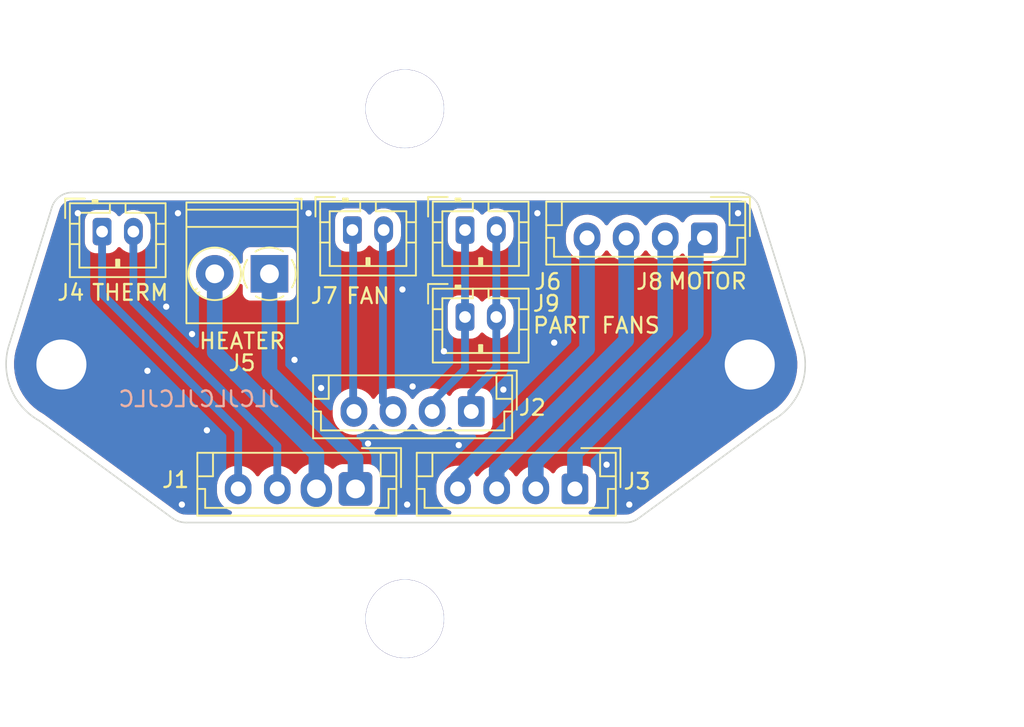
<source format=kicad_pcb>
(kicad_pcb (version 20211014) (generator pcbnew)
  (layers (0 "F.Cu" signal) (31 "B.Cu" signal) (34 "B.Paste" user) (35 "F.Paste" user) (36 "B.SilkS" user "B.Silkscreen") (37 "F.SilkS" user "F.Silkscreen") (38 "B.Mask" user) (39 "F.Mask" user) (44 "Edge.Cuts" user))
  (net 0 "")
  (net 1 "Net-(J2-Pad3)")
  (net 2 "Net-(J2-Pad4)")
  (net 3 "Net-(J1-Pad4)")
  (net 4 "Net-(J1-Pad3)")
  (net 5 "Net-(J1-Pad1)")
  (net 6 "Net-(J1-Pad2)")
  (net 7 "Net-(J3-Pad1)")
  (net 8 "Net-(J3-Pad2)")
  (net 9 "Net-(J3-Pad3)")
  (net 10 "Net-(J3-Pad4)")
  (net 11 "Net-(J2-Pad1)")
  (net 12 "Net-(J2-Pad2)")
  (net 13 "GND")
  (footprint "Connector_JST:JST_EH_B4B-EH-A_1x04_P2.50mm_Vertical" (layer "F.Cu") (at 110.875 91.7 180)
    (fp_text reference "J3" (at -3.975 0.480332) (layer "F.SilkS"))
    (fp_text value "MOTOR_IN")
    (fp_line (start 9.61 -1.21) (end 9.61 0) (layer "F.SilkS") (width 0.12))
    (fp_line (start 10.11 -1.71) (end -2.61 -1.71) (layer "F.SilkS") (width 0.12))
    (fp_line (start -2.91 2.61) (end -0.41 2.61) (layer "F.SilkS") (width 0.12))
    (fp_line (start 9.61 0) (end 10.11 0) (layer "F.SilkS") (width 0.12))
    (fp_line (start 10.11 0.81) (end 9.11 0.81) (layer "F.SilkS") (width 0.12))
    (fp_line (start -1.61 0.81) (end -1.61 2.31) (layer "F.SilkS") (width 0.12))
    (fp_line (start -2.11 -1.21) (end 9.61 -1.21) (layer "F.SilkS") (width 0.12))
    (fp_line (start -2.61 0.81) (end -1.61 0.81) (layer "F.SilkS") (width 0.12))
    (fp_line (start -2.61 2.31) (end 10.11 2.31) (layer "F.SilkS") (width 0.12))
    (fp_line (start 10.11 2.31) (end 10.11 -1.71) (layer "F.SilkS") (width 0.12))
    (fp_line (start -2.91 0.11) (end -2.91 2.61) (layer "F.SilkS") (width 0.12))
    (fp_line (start -2.61 -1.71) (end -2.61 2.31) (layer "F.SilkS") (width 0.12))
    (fp_line (start -2.11 0) (end -2.11 -1.21) (layer "F.SilkS") (width 0.12))
    (fp_line (start -2.61 0) (end -2.11 0) (layer "F.SilkS") (width 0.12))
    (fp_line (start 9.11 0.81) (end 9.11 2.31) (layer "F.SilkS") (width 0.12))
    (pad "1" thru_hole roundrect (at 0 0 180) (size 1.7 1.95) (drill 0.95) (layers *.Cu *.Mask) (roundrect_rratio 0.1470588235) (net 7 "Net-(J3-Pad1)"))
    (pad "2" thru_hole oval (at 2.5 0 180) (size 1.7 1.95) (drill 0.95) (layers *.Cu *.Mask) (net 8 "Net-(J3-Pad2)"))
    (pad "3" thru_hole oval (at 5 0 180) (size 1.7 1.95) (drill 0.95) (layers *.Cu *.Mask) (net 9 "Net-(J3-Pad3)"))
    (pad "4" thru_hole oval (at 7.5 0 180) (size 1.7 1.95) (drill 0.95) (layers *.Cu *.Mask) (net 10 "Net-(J3-Pad4)"))
  )
  (footprint "Connector_JST:JST_EH_B4B-EH-A_1x04_P2.50mm_Vertical" (layer "F.Cu") (at 96.85 91.7 180)
    (fp_text reference "J1" (at 11.5 0.580332) (layer "F.SilkS"))
    (fp_text value "NOZ")
    (fp_line (start -2.11 0) (end -2.11 -1.21) (layer "F.SilkS") (width 0.12))
    (fp_line (start -2.61 0) (end -2.11 0) (layer "F.SilkS") (width 0.12))
    (fp_line (start 9.11 0.81) (end 9.11 2.31) (layer "F.SilkS") (width 0.12))
    (fp_line (start -2.61 2.31) (end 10.11 2.31) (layer "F.SilkS") (width 0.12))
    (fp_line (start 10.11 -1.71) (end -2.61 -1.71) (layer "F.SilkS") (width 0.12))
    (fp_line (start -2.61 0.81) (end -1.61 0.81) (layer "F.SilkS") (width 0.12))
    (fp_line (start -2.61 -1.71) (end -2.61 2.31) (layer "F.SilkS") (width 0.12))
    (fp_line (start 10.11 2.31) (end 10.11 -1.71) (layer "F.SilkS") (width 0.12))
    (fp_line (start -2.11 -1.21) (end 9.61 -1.21) (layer "F.SilkS") (width 0.12))
    (fp_line (start 9.61 0) (end 10.11 0) (layer "F.SilkS") (width 0.12))
    (fp_line (start 10.11 0.81) (end 9.11 0.81) (layer "F.SilkS") (width 0.12))
    (fp_line (start -1.61 0.81) (end -1.61 2.31) (layer "F.SilkS") (width 0.12))
    (fp_line (start -2.91 2.61) (end -0.41 2.61) (layer "F.SilkS") (width 0.12))
    (fp_line (start -2.91 0.11) (end -2.91 2.61) (layer "F.SilkS") (width 0.12))
    (fp_line (start 9.61 -1.21) (end 9.61 0) (layer "F.SilkS") (width 0.12))
    (pad "1" thru_hole roundrect (at 0 0 180) (size 2.15 2.15) (drill 1.2) (layers *.Cu *.Mask) (roundrect_rratio 0.1470586047) (net 5 "Net-(J1-Pad1)"))
    (pad "2" thru_hole oval (at 2.5 0 180) (size 2 2.3) (drill 1.2) (layers *.Cu *.Mask) (net 6 "Net-(J1-Pad2)"))
    (pad "3" thru_hole oval (at 5 0 180) (size 1.7 1.95) (drill 0.95) (layers *.Cu *.Mask) (net 4 "Net-(J1-Pad3)"))
    (pad "4" thru_hole oval (at 7.5 0 180) (size 1.7 1.95) (drill 0.95) (layers *.Cu *.Mask) (net 3 "Net-(J1-Pad4)"))
  )
  (footprint "Connector_JST:JST_EH_B4B-EH-A_1x04_P2.50mm_Vertical" (layer "F.Cu") (at 119.15 75.65 180)
    (fp_text reference "J8" (at 3.5 -2.8) (layer "F.SilkS"))
    (fp_text value "MOTOR" (at -0.2 -2.775) (layer "F.SilkS"))
    (fp_line (start 9.61 0) (end 10.11 0) (layer "F.SilkS") (width 0.12))
    (fp_line (start 9.11 0.81) (end 9.11 2.31) (layer "F.SilkS") (width 0.12))
    (fp_line (start -1.61 0.81) (end -1.61 2.31) (layer "F.SilkS") (width 0.12))
    (fp_line (start -2.91 2.61) (end -0.41 2.61) (layer "F.SilkS") (width 0.12))
    (fp_line (start 10.11 0.81) (end 9.11 0.81) (layer "F.SilkS") (width 0.12))
    (fp_line (start -2.61 0) (end -2.11 0) (layer "F.SilkS") (width 0.12))
    (fp_line (start -2.91 0.11) (end -2.91 2.61) (layer "F.SilkS") (width 0.12))
    (fp_line (start 9.61 -1.21) (end 9.61 0) (layer "F.SilkS") (width 0.12))
    (fp_line (start -2.11 -1.21) (end 9.61 -1.21) (layer "F.SilkS") (width 0.12))
    (fp_line (start 10.11 2.31) (end 10.11 -1.71) (layer "F.SilkS") (width 0.12))
    (fp_line (start 10.11 -1.71) (end -2.61 -1.71) (layer "F.SilkS") (width 0.12))
    (fp_line (start -2.61 -1.71) (end -2.61 2.31) (layer "F.SilkS") (width 0.12))
    (fp_line (start -2.11 0) (end -2.11 -1.21) (layer "F.SilkS") (width 0.12))
    (fp_line (start -2.61 0.81) (end -1.61 0.81) (layer "F.SilkS") (width 0.12))
    (fp_line (start -2.61 2.31) (end 10.11 2.31) (layer "F.SilkS") (width 0.12))
    (pad "1" thru_hole roundrect (at 0 0 180) (size 1.7 1.95) (drill 0.95) (layers *.Cu *.Mask) (roundrect_rratio 0.1470588235) (net 7 "Net-(J3-Pad1)"))
    (pad "2" thru_hole oval (at 2.5 0 180) (size 1.7 1.95) (drill 0.95) (layers *.Cu *.Mask) (net 8 "Net-(J3-Pad2)"))
    (pad "3" thru_hole oval (at 5 0 180) (size 1.7 1.95) (drill 0.95) (layers *.Cu *.Mask) (net 9 "Net-(J3-Pad3)"))
    (pad "4" thru_hole oval (at 7.5 0 180) (size 1.7 1.95) (drill 0.95) (layers *.Cu *.Mask) (net 10 "Net-(J3-Pad4)"))
  )
  (footprint "Connector_JST:JST_PH_B2B-PH-K_1x02_P2.00mm_Vertical" (layer "F.Cu") (at 103.85 75.15)
    (fp_text reference "J6" (at 5.3 3.3) (layer "F.SilkS"))
    (fp_text value "PART FANS" (at 8.4 6.1) (layer "F.SilkS"))
    (fp_line (start 0.9 2.3) (end 0.9 1.8) (layer "F.SilkS") (width 0.12))
    (fp_line (start -2.06 2.91) (end 4.06 2.91) (layer "F.SilkS") (width 0.12))
    (fp_line (start 3.45 2.3) (end 3.45 -1.2) (layer "F.SilkS") (width 0.12))
    (fp_line (start -0.3 -1.81) (end -0.3 -2.01) (layer "F.SilkS") (width 0.12))
    (fp_line (start -0.6 -2.01) (end -0.6 -1.81) (layer "F.SilkS") (width 0.12))
    (fp_line (start 4.06 2.91) (end 4.06 -1.81) (layer "F.SilkS") (width 0.12))
    (fp_line (start -2.06 0.8) (end -1.45 0.8) (layer "F.SilkS") (width 0.12))
    (fp_line (start 1.5 -1.2) (end 1.5 -1.81) (layer "F.SilkS") (width 0.12))
    (fp_line (start 0.5 -1.81) (end 0.5 -1.2) (layer "F.SilkS") (width 0.12))
    (fp_line (start 3.45 -1.2) (end 1.5 -1.2) (layer "F.SilkS") (width 0.12))
    (fp_line (start 1.1 1.8) (end 1.1 2.3) (layer "F.SilkS") (width 0.12))
    (fp_line (start -2.06 -0.5) (end -1.45 -0.5) (layer "F.SilkS") (width 0.12))
    (fp_line (start 1 2.3) (end 1 1.8) (layer "F.SilkS") (width 0.12))
    (fp_line (start -1.45 -1.2) (end -1.45 2.3) (layer "F.SilkS") (width 0.12))
    (fp_line (start -2.06 -1.81) (end -2.06 2.91) (layer "F.SilkS") (width 0.12))
    (fp_line (start -1.11 -2.11) (end -2.36 -2.11) (layer "F.SilkS") (width 0.12))
    (fp_line (start -1.45 2.3) (end 3.45 2.3) (layer "F.SilkS") (width 0.12))
    (fp_line (start 4.06 -1.81) (end -2.06 -1.81) (layer "F.SilkS") (width 0.12))
    (fp_line (start -0.3 -1.91) (end -0.6 -1.91) (layer "F.SilkS") (width 0.12))
    (fp_line (start 4.06 0.8) (end 3.45 0.8) (layer "F.SilkS") (width 0.12))
    (fp_line (start 4.06 -0.5) (end 3.45 -0.5) (layer "F.SilkS") (width 0.12))
    (fp_line (start -0.3 -2.01) (end -0.6 -2.01) (layer "F.SilkS") (width 0.12))
    (fp_line (start -2.36 -2.11) (end -2.36 -0.86) (layer "F.SilkS") (width 0.12))
    (fp_line (start 0.5 -1.2) (end -1.45 -1.2) (layer "F.SilkS") (width 0.12))
    (fp_line (start 0.9 1.8) (end 1.1 1.8) (layer "F.SilkS") (width 0.12))
    (pad "1" thru_hole roundrect (at 0 0) (size 1.2 1.75) (drill 0.75) (layers *.Cu *.Mask) (roundrect_rratio 0.2083333333) (net 12 "Net-(J2-Pad2)"))
    (pad "2" thru_hole oval (at 2 0) (size 1.2 1.75) (drill 0.75) (layers *.Cu *.Mask) (net 11 "Net-(J2-Pad1)"))
  )
  (footprint "MountingHole:MountingHole_3.2mm_M3_Pad" (layer "F.Cu") (at 122.05 83.75)
    (fp_text reference "H2" hide)
    (fp_text value "MountingHole" hide)
    (pad "1" thru_hole circle locked (at 0 0) (size 6 6) (drill 3.2) (layers *.Cu *.Mask) (net 13 "GND"))
  )
  (footprint "" (layer "F.Cu") (at 100 100)
    (fp_text reference "" (at 0 0) (layer "F.SilkS") (effects (font (size 1.27 1.27))))
    (fp_text value "" (at 0 0) (layer "F.SilkS") (effects (font (size 1.27 1.27))))
    (pad "" np_thru_hole circle (at 0 0) (size 5.02 5.02) (drill 5) (layers F&B.Cu *.Mask))
  )
  (footprint "Connector_JST:JST_PH_B2B-PH-K_1x02_P2.00mm_Vertical" (layer "F.Cu") (at 96.65 75.15)
    (fp_text reference "J7" (at -1.8 4.2) (layer "F.SilkS"))
    (fp_text value "FAN" (at 1 4.212) (layer "F.SilkS"))
    (fp_line (start -1.11 -2.11) (end -2.36 -2.11) (layer "F.SilkS") (width 0.12))
    (fp_line (start 4.06 2.91) (end 4.06 -1.81) (layer "F.SilkS") (width 0.12))
    (fp_line (start 0.9 2.3) (end 0.9 1.8) (layer "F.SilkS") (width 0.12))
    (fp_line (start 1 2.3) (end 1 1.8) (layer "F.SilkS") (width 0.12))
    (fp_line (start 4.06 0.8) (end 3.45 0.8) (layer "F.SilkS") (width 0.12))
    (fp_line (start 4.06 -0.5) (end 3.45 -0.5) (layer "F.SilkS") (width 0.12))
    (fp_line (start -0.6 -2.01) (end -0.6 -1.81) (layer "F.SilkS") (width 0.12))
    (fp_line (start -2.06 -0.5) (end -1.45 -0.5) (layer "F.SilkS") (width 0.12))
    (fp_line (start -2.36 -2.11) (end -2.36 -0.86) (layer "F.SilkS") (width 0.12))
    (fp_line (start -0.3 -1.81) (end -0.3 -2.01) (layer "F.SilkS") (width 0.12))
    (fp_line (start -2.06 2.91) (end 4.06 2.91) (layer "F.SilkS") (width 0.12))
    (fp_line (start 3.45 -1.2) (end 1.5 -1.2) (layer "F.SilkS") (width 0.12))
    (fp_line (start 0.5 -1.81) (end 0.5 -1.2) (layer "F.SilkS") (width 0.12))
    (fp_line (start -0.3 -1.91) (end -0.6 -1.91) (layer "F.SilkS") (width 0.12))
    (fp_line (start -2.06 -1.81) (end -2.06 2.91) (layer "F.SilkS") (width 0.12))
    (fp_line (start 1.5 -1.2) (end 1.5 -1.81) (layer "F.SilkS") (width 0.12))
    (fp_line (start -2.06 0.8) (end -1.45 0.8) (layer "F.SilkS") (width 0.12))
    (fp_line (start 1.1 1.8) (end 1.1 2.3) (layer "F.SilkS") (width 0.12))
    (fp_line (start -0.3 -2.01) (end -0.6 -2.01) (layer "F.SilkS") (width 0.12))
    (fp_line (start -1.45 -1.2) (end -1.45 2.3) (layer "F.SilkS") (width 0.12))
    (fp_line (start -1.45 2.3) (end 3.45 2.3) (layer "F.SilkS") (width 0.12))
    (fp_line (start 0.9 1.8) (end 1.1 1.8) (layer "F.SilkS") (width 0.12))
    (fp_line (start 4.06 -1.81) (end -2.06 -1.81) (layer "F.SilkS") (width 0.12))
    (fp_line (start 3.45 2.3) (end 3.45 -1.2) (layer "F.SilkS") (width 0.12))
    (fp_line (start 0.5 -1.2) (end -1.45 -1.2) (layer "F.SilkS") (width 0.12))
    (pad "1" thru_hole roundrect (at 0 0) (size 1.2 1.75) (drill 0.75) (layers *.Cu *.Mask) (roundrect_rratio 0.2083333333) (net 2 "Net-(J2-Pad4)"))
    (pad "2" thru_hole oval (at 2 0) (size 1.2 1.75) (drill 0.75) (layers *.Cu *.Mask) (net 1 "Net-(J2-Pad3)"))
  )
  (footprint "TerminalBlock_Phoenix:TerminalBlock_Phoenix_PT-1,5-2-3.5-H_1x02_P3.50mm_Horizontal" (layer "F.Cu") (at 91.35 77.95 180)
    (fp_text reference "J5" (at 1.75 -5.7 180) (layer "F.SilkS"))
    (fp_text value "HEATER" (at 1.75 -4.3 180) (layer "F.SilkS"))
    (fp_line (start 2.355 0.941) (end 2.226 1.069) (layer "F.SilkS") (width 0.12))
    (fp_line (start -1.81 4.56) (end 5.31 4.56) (layer "F.SilkS") (width 0.12))
    (fp_line (start 4.775 -1.069) (end 4.646 -0.941) (layer "F.SilkS") (width 0.12))
    (fp_line (start -1.81 -3.16) (end 5.31 -3.16) (layer "F.SilkS") (width 0.12))
    (fp_line (start 2.525 1.181) (end 2.431 1.274) (layer "F.SilkS") (width 0.12))
    (fp_line (start -2.05 4.8) (end -1.65 4.8) (layer "F.SilkS") (width 0.12))
    (fp_line (start -2.05 4.16) (end -2.05 4.8) (layer "F.SilkS") (width 0.12))
    (fp_line (start -1.81 -3.16) (end -1.81 4.56) (layer "F.SilkS") (width 0.12))
    (fp_line (start -1.81 3) (end 5.31 3) (layer "F.SilkS") (width 0.12))
    (fp_line (start 5.31 -3.16) (end 5.31 4.56) (layer "F.SilkS") (width 0.12))
    (fp_line (start 4.57 -1.275) (end 4.476 -1.181) (layer "F.SilkS") (width 0.12))
    (fp_line (start -1.81 4.1) (end 5.31 4.1) (layer "F.SilkS") (width 0.12))
    (fp_arc (start 1.425504 -0.890193) (mid 1.680626 0.000476) (end 1.425 0.891) (layer "F.SilkS") (width 0.12))
    (fp_arc (start 0.028674 1.680099) (mid -0.435535 1.622918) (end -0.866 1.44) (layer "F.SilkS") (width 0.12))
    (fp_arc (start -0.889894 -1.425358) (mid -0.014012 -1.680286) (end 0.866 -1.44) (layer "F.SilkS") (width 0.12))
    (fp_arc (start 0.890264 1.424721) (mid 0.463071 1.61492) (end 0 1.68) (layer "F.SilkS") (width 0.12))
    (fp_arc (start -1.425358 0.889894) (mid -1.680286 0.014012) (end -1.44 -0.866) (layer "F.SilkS") (width 0.12))
    (fp_circle (center 3.5 0) (end 5.18 0) (layer "F.SilkS") (width 0.12) (fill none))
    (pad "1" thru_hole rect (at 0 0 180) (size 2.4 2.4) (drill 1.2) (layers *.Cu *.Mask) (net 5 "Net-(J1-Pad1)"))
    (pad "2" thru_hole circle (at 3.5 0 180) (size 2.4 2.4) (drill 1.2) (layers *.Cu *.Mask) (net 6 "Net-(J1-Pad2)"))
  )
  (footprint "Connector_JST:JST_PH_B2B-PH-K_1x02_P2.00mm_Vertical" (layer "F.Cu") (at 80.65 75.25)
    (fp_text reference "J4" (at -2 3.9) (layer "F.SilkS"))
    (fp_text value "THERM" (at 1.8 3.9) (layer "F.SilkS"))
    (fp_line (start 1 2.3) (end 1 1.8) (layer "F.SilkS") (width 0.12))
    (fp_line (start 4.06 2.91) (end 4.06 -1.81) (layer "F.SilkS") (width 0.12))
    (fp_line (start -1.11 -2.11) (end -2.36 -2.11) (layer "F.SilkS") (width 0.12))
    (fp_line (start 4.06 -0.5) (end 3.45 -0.5) (layer "F.SilkS") (width 0.12))
    (fp_line (start 3.45 2.3) (end 3.45 -1.2) (layer "F.SilkS") (width 0.12))
    (fp_line (start 1.5 -1.2) (end 1.5 -1.81) (layer "F.SilkS") (width 0.12))
    (fp_line (start -0.3 -1.81) (end -0.3 -2.01) (layer "F.SilkS") (width 0.12))
    (fp_line (start -1.45 2.3) (end 3.45 2.3) (layer "F.SilkS") (width 0.12))
    (fp_line (start -2.06 -1.81) (end -2.06 2.91) (layer "F.SilkS") (width 0.12))
    (fp_line (start -0.3 -1.91) (end -0.6 -1.91) (layer "F.SilkS") (width 0.12))
    (fp_line (start 0.9 1.8) (end 1.1 1.8) (layer "F.SilkS") (width 0.12))
    (fp_line (start -2.06 0.8) (end -1.45 0.8) (layer "F.SilkS") (width 0.12))
    (fp_line (start -0.6 -2.01) (end -0.6 -1.81) (layer "F.SilkS") (width 0.12))
    (fp_line (start -1.45 -1.2) (end -1.45 2.3) (layer "F.SilkS") (width 0.12))
    (fp_line (start 3.45 -1.2) (end 1.5 -1.2) (layer "F.SilkS") (width 0.12))
    (fp_line (start 4.06 0.8) (end 3.45 0.8) (layer "F.SilkS") (width 0.12))
    (fp_line (start -2.06 2.91) (end 4.06 2.91) (layer "F.SilkS") (width 0.12))
    (fp_line (start 0.5 -1.2) (end -1.45 -1.2) (layer "F.SilkS") (width 0.12))
    (fp_line (start 1.1 1.8) (end 1.1 2.3) (layer "F.SilkS") (width 0.12))
    (fp_line (start 0.9 2.3) (end 0.9 1.8) (layer "F.SilkS") (width 0.12))
    (fp_line (start 4.06 -1.81) (end -2.06 -1.81) (layer "F.SilkS") (width 0.12))
    (fp_line (start -2.36 -2.11) (end -2.36 -0.86) (layer "F.SilkS") (width 0.12))
    (fp_line (start -0.3 -2.01) (end -0.6 -2.01) (layer "F.SilkS") (width 0.12))
    (fp_line (start 0.5 -1.81) (end 0.5 -1.2) (layer "F.SilkS") (width 0.12))
    (fp_line (start -2.06 -0.5) (end -1.45 -0.5) (layer "F.SilkS") (width 0.12))
    (pad "1" thru_hole roundrect (at 0 0) (size 1.2 1.75) (drill 0.75) (layers *.Cu *.Mask) (roundrect_rratio 0.2083333333) (net 3 "Net-(J1-Pad4)"))
    (pad "2" thru_hole oval (at 2 0) (size 1.2 1.75) (drill 0.75) (layers *.Cu *.Mask) (net 4 "Net-(J1-Pad3)"))
  )
  (footprint "" (layer "F.Cu") (at 100 67.4)
    (fp_text reference "" (at 0 0) (layer "F.SilkS") (effects (font (size 1.27 1.27))))
    (fp_text value "" (at 0 0) (layer "F.SilkS") (effects (font (size 1.27 1.27))))
    (pad "" np_thru_hole circle (at 0 0) (size 5.02 5.02) (drill 5) (layers F&B.Cu *.Mask))
  )
  (footprint "MountingHole:MountingHole_3.2mm_M3_Pad" (layer "F.Cu") (at 78.05 83.75)
    (fp_text reference "H1" hide)
    (fp_text value "MountingHole" hide)
    (pad "1" thru_hole circle locked (at 0 0) (size 6 6) (drill 3.2) (layers *.Cu *.Mask) (net 13 "GND"))
  )
  (footprint "Connector_JST:JST_PH_B2B-PH-K_1x02_P2.00mm_Vertical" (layer "F.Cu") (at 103.85 80.71)
    (fp_text reference "J9" (at 5.2 -0.86) (layer "F.SilkS"))
    (fp_text value "PFAN")
    (fp_line (start 4.06 -0.5) (end 3.45 -0.5) (layer "F.SilkS") (width 0.12))
    (fp_line (start -2.06 2.91) (end 4.06 2.91) (layer "F.SilkS") (width 0.12))
    (fp_line (start 1.1 1.8) (end 1.1 2.3) (layer "F.SilkS") (width 0.12))
    (fp_line (start -1.45 -1.2) (end -1.45 2.3) (layer "F.SilkS") (width 0.12))
    (fp_line (start 3.45 -1.2) (end 1.5 -1.2) (layer "F.SilkS") (width 0.12))
    (fp_line (start 1 2.3) (end 1 1.8) (layer "F.SilkS") (width 0.12))
    (fp_line (start -0.3 -2.01) (end -0.6 -2.01) (layer "F.SilkS") (width 0.12))
    (fp_line (start -2.06 -0.5) (end -1.45 -0.5) (layer "F.SilkS") (width 0.12))
    (fp_line (start 4.06 2.91) (end 4.06 -1.81) (layer "F.SilkS") (width 0.12))
    (fp_line (start 0.5 -1.81) (end 0.5 -1.2) (layer "F.SilkS") (width 0.12))
    (fp_line (start -0.6 -2.01) (end -0.6 -1.81) (layer "F.SilkS") (width 0.12))
    (fp_line (start -1.11 -2.11) (end -2.36 -2.11) (layer "F.SilkS") (width 0.12))
    (fp_line (start 1.5 -1.2) (end 1.5 -1.81) (layer "F.SilkS") (width 0.12))
    (fp_line (start 0.5 -1.2) (end -1.45 -1.2) (layer "F.SilkS") (width 0.12))
    (fp_line (start 4.06 -1.81) (end -2.06 -1.81) (layer "F.SilkS") (width 0.12))
    (fp_line (start 0.9 2.3) (end 0.9 1.8) (layer "F.SilkS") (width 0.12))
    (fp_line (start -0.3 -1.91) (end -0.6 -1.91) (layer "F.SilkS") (width 0.12))
    (fp_line (start 3.45 2.3) (end 3.45 -1.2) (layer "F.SilkS") (width 0.12))
    (fp_line (start -2.36 -2.11) (end -2.36 -0.86) (layer "F.SilkS") (width 0.12))
    (fp_line (start -1.45 2.3) (end 3.45 2.3) (layer "F.SilkS") (width 0.12))
    (fp_line (start -2.06 0.8) (end -1.45 0.8) (layer "F.SilkS") (width 0.12))
    (fp_line (start 4.06 0.8) (end 3.45 0.8) (layer "F.SilkS") (width 0.12))
    (fp_line (start -0.3 -1.81) (end -0.3 -2.01) (layer "F.SilkS") (width 0.12))
    (fp_line (start -2.06 -1.81) (end -2.06 2.91) (layer "F.SilkS") (width 0.12))
    (fp_line (start 0.9 1.8) (end 1.1 1.8) (layer "F.SilkS") (width 0.12))
    (pad "1" thru_hole roundrect (at 0 0) (size 1.2 1.75) (drill 0.75) (layers *.Cu *.Mask) (roundrect_rratio 0.2083333333) (net 12 "Net-(J2-Pad2)"))
    (pad "2" thru_hole oval (at 2 0) (size 1.2 1.75) (drill 0.75) (layers *.Cu *.Mask) (net 11 "Net-(J2-Pad1)"))
  )
  (footprint "Connector_JST:JST_EH_B4B-EH-A_1x04_P2.50mm_Vertical" (layer "F.Cu") (at 104.25 86.75 180)
    (fp_text reference "J2" (at -3.9 0.25) (layer "F.SilkS"))
    (fp_text value "FANS")
    (fp_line (start -2.11 -1.21) (end 9.61 -1.21) (layer "F.SilkS") (width 0.12))
    (fp_line (start 9.61 0) (end 10.11 0) (layer "F.SilkS") (width 0.12))
    (fp_line (start -2.91 0.11) (end -2.91 2.61) (layer "F.SilkS") (width 0.12))
    (fp_line (start -2.91 2.61) (end -0.41 2.61) (layer "F.SilkS") (width 0.12))
    (fp_line (start 9.61 -1.21) (end 9.61 0) (layer "F.SilkS") (width 0.12))
    (fp_line (start -2.61 2.31) (end 10.11 2.31) (layer "F.SilkS") (width 0.12))
    (fp_line (start -2.61 0.81) (end -1.61 0.81) (layer "F.SilkS") (width 0.12))
    (fp_line (start 10.11 2.31) (end 10.11 -1.71) (layer "F.SilkS") (width 0.12))
    (fp_line (start -2.11 0) (end -2.11 -1.21) (layer "F.SilkS") (width 0.12))
    (fp_line (start 10.11 -1.71) (end -2.61 -1.71) (layer "F.SilkS") (width 0.12))
    (fp_line (start -1.61 0.81) (end -1.61 2.31) (layer "F.SilkS") (width 0.12))
    (fp_line (start 9.11 0.81) (end 9.11 2.31) (layer "F.SilkS") (width 0.12))
    (fp_line (start 10.11 0.81) (end 9.11 0.81) (layer "F.SilkS") (width 0.12))
    (fp_line (start -2.61 0) (end -2.11 0) (layer "F.SilkS") (width 0.12))
    (fp_line (start -2.61 -1.71) (end -2.61 2.31) (layer "F.SilkS") (width 0.12))
    (pad "1" thru_hole roundrect (at 0 0 180) (size 1.7 1.95) (drill 0.95) (layers *.Cu *.Mask) (roundrect_rratio 0.1470588235) (net 11 "Net-(J2-Pad1)"))
    (pad "2" thru_hole oval (at 2.5 0 180) (size 1.7 1.95) (drill 0.95) (layers *.Cu *.Mask) (net 12 "Net-(J2-Pad2)"))
    (pad "3" thru_hole oval (at 5 0 180) (size 1.7 1.95) (drill 0.95) (layers *.Cu *.Mask) (net 1 "Net-(J2-Pad3)"))
    (pad "4" thru_hole oval (at 7.5 0 180) (size 1.7 1.95) (drill 0.95) (layers *.Cu *.Mask) (net 2 "Net-(J2-Pad4)"))
  )
  (gr_arc (start 121.35 72.75) (mid 122.178992 73.029391) (end 122.675 73.75) (layer "Edge.Cuts") (width 0.1))
  (gr_arc (start 125.35 82.35) (mid 125.33086 85.203725) (end 123.45 87.35) (layer "Edge.Cuts") (width 0.1))
  (gr_line (start 114.05 93.85) (end 86.05 93.85) (layer "Edge.Cuts") (width 0.1))
  (gr_arc (start 114.94 93.58) (mid 114.517997 93.790812) (end 114.05 93.85) (layer "Edge.Cuts") (width 0.1))
  (gr_arc (start 76.65 87.35) (mid 74.785598 85.197476) (end 74.75 82.35) (layer "Edge.Cuts") (width 0.1))
  (gr_arc (start 86.05 93.85) (mid 85.584061 93.784014) (end 85.16 93.58) (layer "Edge.Cuts") (width 0.1))
  (gr_line (start 78.75 72.75) (end 121.35 72.75) (layer "Edge.Cuts") (width 0.1))
  (gr_line (start 123.45 87.35) (end 114.94 93.58) (layer "Edge.Cuts") (width 0.1))
  (gr_line (start 74.75 82.35) (end 77.425 73.75) (layer "Edge.Cuts") (width 0.1))
  (gr_arc (start 77.425 73.75) (mid 77.917576 73.024861) (end 78.75 72.75) (layer "Edge.Cuts") (width 0.1))
  (gr_line (start 122.675 73.75) (end 125.35 82.35) (layer "Edge.Cuts") (width 0.1))
  (gr_line (start 85.16 93.58) (end 76.65 87.35) (layer "Edge.Cuts") (width 0.1))
  (gr_text "JLCJLCJLCJLC" (at 86.85 85.95) (layer "B.SilkS") (effects (font (size 1 1)) (justify mirror)))
  (segment (start 98.6 86.1) (end 99.25 86.75) (width 0.5) (layer "B.Cu") (net 1))
  (segment (start 98.6 75.2) (end 98.6 86.1) (width 0.5) (layer "B.Cu") (net 1))
  (segment (start 98.65 75.15) (end 98.6 75.2) (width 0.5) (layer "B.Cu") (net 1))
  (segment (start 96.65 75.15) (end 96.7 75.2) (width 0.5) (layer "B.Cu") (net 2))
  (segment (start 96.7 75.2) (end 96.7 86.7) (width 0.5) (layer "B.Cu") (net 2))
  (segment (start 96.7 86.7) (end 96.75 86.75) (width 0.5) (layer "B.Cu") (net 2))
  (segment (start 80.65 79.25) (end 80.65 75.25) (width 0.5) (layer "B.Cu") (net 3))
  (segment (start 89.35 87.95) (end 80.65 79.25) (width 0.5) (layer "B.Cu") (net 3))
  (segment (start 89.35 91.7) (end 89.35 87.95) (width 0.5) (layer "B.Cu") (net 3))
  (segment (start 82.65 79.75) (end 82.65 75.25) (width 0.5) (layer "B.Cu") (net 4))
  (segment (start 91.85 91.7) (end 91.85 88.95) (width 0.5) (layer "B.Cu") (net 4))
  (segment (start 91.85 88.95) (end 82.65 79.75) (width 0.5) (layer "B.Cu") (net 4))
  (segment (start 96.85 89.75) (end 91.35 84.25) (width 1) (layer "B.Cu") (net 5))
  (segment (start 91.35 84.25) (end 91.35 77.95) (width 1) (layer "B.Cu") (net 5))
  (segment (start 96.85 91.7) (end 96.85 89.75) (width 1) (layer "B.Cu") (net 5))
  (segment (start 94.35 89.45) (end 87.85 82.95) (width 1) (layer "B.Cu") (net 6))
  (segment (start 94.35 91.7) (end 94.35 89.45) (width 1) (layer "B.Cu") (net 6))
  (segment (start 87.85 82.95) (end 87.85 77.95) (width 1) (layer "B.Cu") (net 6))
  (segment (start 118.6 81.7) (end 118.6 76.2) (width 1) (layer "B.Cu") (net 7))
  (segment (start 110.875 89.425) (end 118.6 81.7) (width 1) (layer "B.Cu") (net 7))
  (segment (start 118.6 76.2) (end 119.15 75.65) (width 1) (layer "B.Cu") (net 7))
  (segment (start 110.875 91.7) (end 110.875 89.425) (width 1) (layer "B.Cu") (net 7))
  (segment (start 108.375 89.975) (end 116.65 81.7) (width 1) (layer "B.Cu") (net 8))
  (segment (start 108.375 91.7) (end 108.375 89.975) (width 1) (layer "B.Cu") (net 8))
  (segment (start 116.65 81.7) (end 116.65 75.65) (width 1) (layer "B.Cu") (net 8))
  (segment (start 105.875 91.7) (end 105.875 90.475) (width 1) (layer "B.Cu") (net 9))
  (segment (start 114.15 82.2) (end 114.15 75.65) (width 1) (layer "B.Cu") (net 9))
  (segment (start 105.875 90.475) (end 114.15 82.2) (width 1) (layer "B.Cu") (net 9))
  (segment (start 103.375 91.7) (end 103.375 91.025) (width 1) (layer "B.Cu") (net 10))
  (segment (start 103.375 91.025) (end 111.65 82.75) (width 1) (layer "B.Cu") (net 10))
  (segment (start 111.65 82.75) (end 111.65 75.65) (width 1) (layer "B.Cu") (net 10))
  (segment (start 104.25 86.75) (end 104.25 85.55) (width 0.5) (layer "B.Cu") (net 11))
  (segment (start 104.25 85.55) (end 105.85 83.95) (width 0.5) (layer "B.Cu") (net 11))
  (segment (start 105.85 83.95) (end 105.85 75.15) (width 0.5) (layer "B.Cu") (net 11))
  (segment (start 103.85 84.05) (end 103.85 75.15) (width 0.5) (layer "B.Cu") (net 12))
  (segment (start 101.75 86.15) (end 103.85 84.05) (width 0.5) (layer "B.Cu") (net 12))
  (segment (start 101.75 86.75) (end 101.75 86.15) (width 0.5) (layer "B.Cu") (net 12))
  (via (at 103.45 88.9) (size 0.8) (drill 0.4) (layers "F.Cu" "B.Cu") (net 13))
  (via (at 121.3 74.075) (size 0.8) (drill 0.4) (layers "F.Cu" "B.Cu") (net 13))
  (via (at 92.95 83.45) (size 0.8) (drill 0.4) (layers "F.Cu" "B.Cu") (net 13))
  (via (at 99.85 78.95) (size 0.8) (drill 0.4) (layers "F.Cu" "B.Cu") (net 13))
  (via (at 85.75 92.7) (size 0.8) (drill 0.4) (layers "F.Cu" "B.Cu") (net 13))
  (via (at 112.9 90.15) (size 0.8) (drill 0.4) (layers "F.Cu" "B.Cu") (net 13))
  (via (at 114.35 92.7) (size 0.8) (drill 0.4) (layers "F.Cu" "B.Cu") (net 13))
  (via (at 85.5 74.075) (size 0.8) (drill 0.4) (layers "F.Cu" "B.Cu") (net 13))
  (via (at 106.3 85.35) (size 0.8) (drill 0.4) (layers "F.Cu" "B.Cu") (net 13))
  (via (at 84.75 80.05) (size 0.8) (drill 0.4) (layers "F.Cu" "B.Cu") (net 13))
  (via (at 83.55 84.15) (size 0.8) (drill 0.4) (layers "F.Cu" "B.Cu") (net 13))
  (via (at 97.65 88.8) (size 0.8) (drill 0.4) (layers "F.Cu" "B.Cu") (net 13))
  (via (at 86.4 81.8) (size 0.8) (drill 0.4) (layers "F.Cu" "B.Cu") (net 13))
  (via (at 108.475 74.075) (size 0.8) (drill 0.4) (layers "F.Cu" "B.Cu") (net 13))
  (via (at 100.5 85.15) (size 0.8) (drill 0.4) (layers "F.Cu" "B.Cu") (net 13))
  (via (at 109.55 82.35) (size 0.8) (drill 0.4) (layers "F.Cu" "B.Cu") (net 13))
  (via (at 102.5 82.9) (size 0.8) (drill 0.4) (layers "F.Cu" "B.Cu") (net 13))
  (via (at 87.35 87.95) (size 0.8) (drill 0.4) (layers "F.Cu" "B.Cu") (net 13))
  (via (at 100.15 92.7) (size 0.8) (drill 0.4) (layers "F.Cu" "B.Cu") (net 13))
  (via (at 79.1 74.075) (size 0.8) (drill 0.4) (layers "F.Cu" "B.Cu") (net 13))
  (via (at 93.85 74.075) (size 0.8) (drill 0.4) (layers "F.Cu" "B.Cu") (net 13))
  (via (at 94.65 85.25) (size 0.8) (drill 0.4) (layers "F.Cu" "B.Cu") (net 13))
  (zone (net 13) (net_name "GND") (layers F&B.Cu) (connect_pads (clearance 0.508)) (min_thickness 0.254) (fill yes (thermal_gap 0.508) (thermal_bridge_width 0.508))
    (polygon (pts (xy 126.12214 94.309874) (xy 74.125 94.3) (xy 74.125 72.25) (xy 126.04714 72.259874)))
  )
)
</source>
